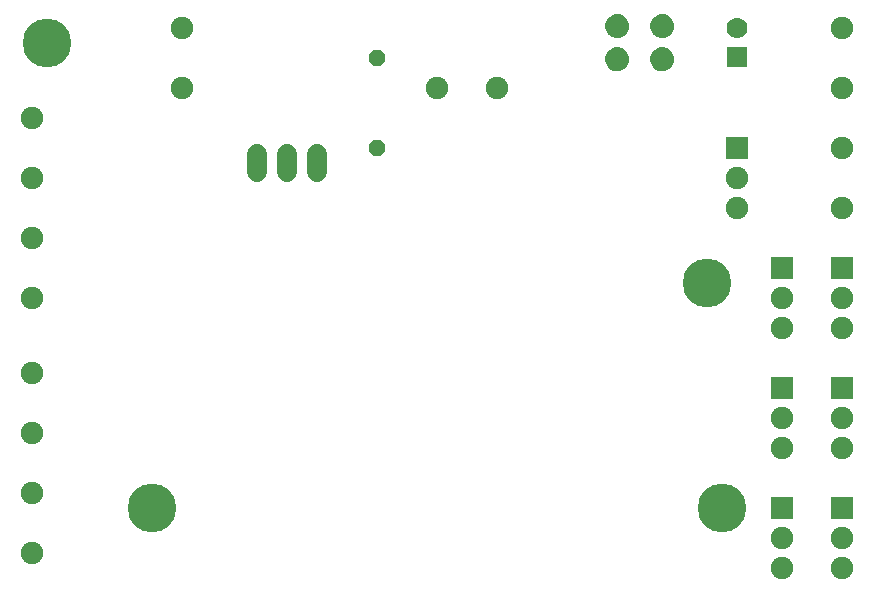
<source format=gbr>
G04 EAGLE Gerber RS-274X export*
G75*
%MOMM*%
%FSLAX34Y34*%
%LPD*%
%INSoldermask Bottom*%
%IPPOS*%
%AMOC8*
5,1,8,0,0,1.08239X$1,22.5*%
G01*
%ADD10C,4.127000*%
%ADD11C,1.905000*%
%ADD12R,1.905000X1.905000*%
%ADD13P,1.457113X8X112.500000*%
%ADD14C,1.778000*%
%ADD15R,1.778000X1.778000*%
%ADD16C,1.651000*%

G36*
X533577Y473693D02*
X533577Y473693D01*
X533649Y473691D01*
X535485Y473896D01*
X535531Y473910D01*
X535606Y473922D01*
X537367Y474482D01*
X537409Y474505D01*
X537481Y474531D01*
X539098Y475424D01*
X539136Y475454D01*
X539201Y475494D01*
X540613Y476685D01*
X540644Y476722D01*
X540700Y476774D01*
X541853Y478218D01*
X541876Y478260D01*
X541920Y478322D01*
X542769Y479963D01*
X542784Y480009D01*
X542815Y480078D01*
X543328Y481853D01*
X543333Y481901D01*
X543351Y481976D01*
X543507Y483816D01*
X543503Y483860D01*
X543507Y483925D01*
X543347Y485756D01*
X543334Y485802D01*
X543324Y485878D01*
X542810Y487642D01*
X542789Y487686D01*
X542764Y487758D01*
X541915Y489388D01*
X541886Y489426D01*
X541847Y489492D01*
X540697Y490925D01*
X540661Y490957D01*
X540610Y491014D01*
X539202Y492195D01*
X539161Y492219D01*
X539100Y492265D01*
X537488Y493149D01*
X537443Y493164D01*
X537374Y493198D01*
X535621Y493750D01*
X535574Y493756D01*
X535500Y493776D01*
X533673Y493976D01*
X533627Y493972D01*
X533558Y493978D01*
X531882Y493855D01*
X531839Y493844D01*
X531773Y493838D01*
X530143Y493427D01*
X530103Y493408D01*
X530039Y493390D01*
X528506Y492702D01*
X528469Y492677D01*
X528409Y492648D01*
X527019Y491704D01*
X526987Y491673D01*
X526933Y491635D01*
X525727Y490464D01*
X525701Y490428D01*
X525655Y490380D01*
X524671Y489018D01*
X524652Y488977D01*
X524615Y488923D01*
X523882Y487410D01*
X523870Y487367D01*
X523843Y487307D01*
X523385Y485690D01*
X523380Y485645D01*
X523364Y485581D01*
X523193Y483909D01*
X523197Y483861D01*
X523193Y483782D01*
X523359Y482110D01*
X523371Y482067D01*
X523380Y482002D01*
X523834Y480384D01*
X523853Y480343D01*
X523873Y480280D01*
X524601Y478766D01*
X524627Y478730D01*
X524657Y478671D01*
X525638Y477306D01*
X525670Y477275D01*
X525710Y477222D01*
X526912Y476048D01*
X526949Y476023D01*
X526997Y475978D01*
X528385Y475031D01*
X528426Y475013D01*
X528482Y474977D01*
X530013Y474285D01*
X530056Y474274D01*
X530117Y474248D01*
X531746Y473833D01*
X531790Y473830D01*
X531855Y473815D01*
X533530Y473689D01*
X533577Y473693D01*
G37*
G36*
X571677Y473693D02*
X571677Y473693D01*
X571749Y473691D01*
X573585Y473896D01*
X573631Y473910D01*
X573706Y473922D01*
X575467Y474482D01*
X575509Y474505D01*
X575581Y474531D01*
X577198Y475424D01*
X577236Y475454D01*
X577301Y475494D01*
X578713Y476685D01*
X578744Y476722D01*
X578800Y476774D01*
X579953Y478218D01*
X579976Y478260D01*
X580020Y478322D01*
X580869Y479963D01*
X580884Y480009D01*
X580915Y480078D01*
X581428Y481853D01*
X581433Y481901D01*
X581451Y481976D01*
X581607Y483816D01*
X581603Y483860D01*
X581607Y483925D01*
X581447Y485756D01*
X581434Y485802D01*
X581424Y485878D01*
X580910Y487642D01*
X580889Y487686D01*
X580864Y487758D01*
X580015Y489388D01*
X579986Y489426D01*
X579947Y489492D01*
X578797Y490925D01*
X578761Y490957D01*
X578710Y491014D01*
X577302Y492195D01*
X577261Y492219D01*
X577200Y492265D01*
X575588Y493149D01*
X575543Y493164D01*
X575474Y493198D01*
X573721Y493750D01*
X573674Y493756D01*
X573600Y493776D01*
X571773Y493976D01*
X571727Y493972D01*
X571658Y493978D01*
X569982Y493855D01*
X569939Y493844D01*
X569873Y493838D01*
X568243Y493427D01*
X568203Y493408D01*
X568139Y493390D01*
X566606Y492702D01*
X566569Y492677D01*
X566509Y492648D01*
X565119Y491704D01*
X565087Y491673D01*
X565033Y491635D01*
X563827Y490464D01*
X563801Y490428D01*
X563755Y490380D01*
X562771Y489018D01*
X562752Y488977D01*
X562715Y488923D01*
X561982Y487410D01*
X561970Y487367D01*
X561943Y487307D01*
X561485Y485690D01*
X561480Y485645D01*
X561464Y485581D01*
X561293Y483909D01*
X561297Y483861D01*
X561293Y483782D01*
X561459Y482110D01*
X561471Y482067D01*
X561480Y482002D01*
X561934Y480384D01*
X561953Y480343D01*
X561973Y480280D01*
X562701Y478766D01*
X562727Y478730D01*
X562757Y478671D01*
X563738Y477306D01*
X563770Y477275D01*
X563810Y477222D01*
X565012Y476048D01*
X565049Y476023D01*
X565097Y475978D01*
X566485Y475031D01*
X566526Y475013D01*
X566582Y474977D01*
X568113Y474285D01*
X568156Y474274D01*
X568217Y474248D01*
X569846Y473833D01*
X569890Y473830D01*
X569955Y473815D01*
X571630Y473689D01*
X571677Y473693D01*
G37*
G36*
X533577Y445702D02*
X533577Y445702D01*
X533649Y445700D01*
X535485Y445905D01*
X535531Y445919D01*
X535606Y445931D01*
X537367Y446491D01*
X537409Y446514D01*
X537481Y446540D01*
X539098Y447433D01*
X539136Y447463D01*
X539201Y447503D01*
X540613Y448694D01*
X540644Y448731D01*
X540700Y448783D01*
X541853Y450227D01*
X541876Y450269D01*
X541920Y450331D01*
X542769Y451972D01*
X542784Y452018D01*
X542815Y452087D01*
X543328Y453862D01*
X543333Y453910D01*
X543351Y453985D01*
X543507Y455825D01*
X543503Y455869D01*
X543507Y455934D01*
X543347Y457765D01*
X543334Y457811D01*
X543324Y457887D01*
X542810Y459651D01*
X542789Y459695D01*
X542764Y459767D01*
X541915Y461397D01*
X541886Y461435D01*
X541847Y461501D01*
X540697Y462934D01*
X540661Y462966D01*
X540610Y463023D01*
X539202Y464204D01*
X539161Y464228D01*
X539100Y464274D01*
X537488Y465158D01*
X537443Y465173D01*
X537374Y465207D01*
X535621Y465759D01*
X535574Y465765D01*
X535500Y465785D01*
X533673Y465985D01*
X533627Y465981D01*
X533558Y465987D01*
X531882Y465864D01*
X531839Y465853D01*
X531773Y465847D01*
X530143Y465436D01*
X530103Y465417D01*
X530039Y465399D01*
X528506Y464711D01*
X528469Y464686D01*
X528409Y464657D01*
X527019Y463713D01*
X526987Y463682D01*
X526933Y463644D01*
X525727Y462473D01*
X525701Y462437D01*
X525655Y462389D01*
X524671Y461027D01*
X524652Y460986D01*
X524615Y460932D01*
X523882Y459419D01*
X523870Y459376D01*
X523843Y459316D01*
X523385Y457699D01*
X523380Y457654D01*
X523364Y457590D01*
X523193Y455918D01*
X523197Y455870D01*
X523193Y455791D01*
X523359Y454119D01*
X523371Y454076D01*
X523380Y454011D01*
X523834Y452393D01*
X523853Y452352D01*
X523873Y452289D01*
X524601Y450775D01*
X524627Y450739D01*
X524657Y450680D01*
X525638Y449315D01*
X525670Y449284D01*
X525710Y449231D01*
X526912Y448057D01*
X526949Y448032D01*
X526997Y447987D01*
X528385Y447040D01*
X528426Y447022D01*
X528482Y446986D01*
X530013Y446294D01*
X530056Y446283D01*
X530117Y446257D01*
X531746Y445842D01*
X531790Y445839D01*
X531855Y445824D01*
X533530Y445698D01*
X533577Y445702D01*
G37*
G36*
X571677Y445702D02*
X571677Y445702D01*
X571749Y445700D01*
X573585Y445905D01*
X573631Y445919D01*
X573706Y445931D01*
X575467Y446491D01*
X575509Y446514D01*
X575581Y446540D01*
X577198Y447433D01*
X577236Y447463D01*
X577301Y447503D01*
X578713Y448694D01*
X578744Y448731D01*
X578800Y448783D01*
X579953Y450227D01*
X579976Y450269D01*
X580020Y450331D01*
X580869Y451972D01*
X580884Y452018D01*
X580915Y452087D01*
X581428Y453862D01*
X581433Y453910D01*
X581451Y453985D01*
X581607Y455825D01*
X581603Y455869D01*
X581607Y455934D01*
X581447Y457765D01*
X581434Y457811D01*
X581424Y457887D01*
X580910Y459651D01*
X580889Y459695D01*
X580864Y459767D01*
X580015Y461397D01*
X579986Y461435D01*
X579947Y461501D01*
X578797Y462934D01*
X578761Y462966D01*
X578710Y463023D01*
X577302Y464204D01*
X577261Y464228D01*
X577200Y464274D01*
X575588Y465158D01*
X575543Y465173D01*
X575474Y465207D01*
X573721Y465759D01*
X573674Y465765D01*
X573600Y465785D01*
X571773Y465985D01*
X571727Y465981D01*
X571658Y465987D01*
X569982Y465864D01*
X569939Y465853D01*
X569873Y465847D01*
X568243Y465436D01*
X568203Y465417D01*
X568139Y465399D01*
X566606Y464711D01*
X566569Y464686D01*
X566509Y464657D01*
X565119Y463713D01*
X565087Y463682D01*
X565033Y463644D01*
X563827Y462473D01*
X563801Y462437D01*
X563755Y462389D01*
X562771Y461027D01*
X562752Y460986D01*
X562715Y460932D01*
X561982Y459419D01*
X561970Y459376D01*
X561943Y459316D01*
X561485Y457699D01*
X561480Y457654D01*
X561464Y457590D01*
X561293Y455918D01*
X561297Y455870D01*
X561293Y455791D01*
X561459Y454119D01*
X561471Y454076D01*
X561480Y454011D01*
X561934Y452393D01*
X561953Y452352D01*
X561973Y452289D01*
X562701Y450775D01*
X562727Y450739D01*
X562757Y450680D01*
X563738Y449315D01*
X563770Y449284D01*
X563810Y449231D01*
X565012Y448057D01*
X565049Y448032D01*
X565097Y447987D01*
X566485Y447040D01*
X566526Y447022D01*
X566582Y446986D01*
X568113Y446294D01*
X568156Y446283D01*
X568217Y446257D01*
X569846Y445842D01*
X569890Y445839D01*
X569955Y445824D01*
X571630Y445698D01*
X571677Y445702D01*
G37*
D10*
X50800Y469900D03*
X609600Y266700D03*
X139700Y76200D03*
X622300Y76200D03*
D11*
X165100Y482600D03*
X165100Y431800D03*
X431800Y431800D03*
X381000Y431800D03*
X38100Y139700D03*
X38100Y88900D03*
X38100Y38100D03*
X38100Y190500D03*
X38100Y355600D03*
X38100Y304800D03*
X38100Y254000D03*
X38100Y406400D03*
X723900Y381000D03*
X723900Y431800D03*
X723900Y482600D03*
X723900Y330200D03*
D12*
X673100Y279400D03*
D11*
X673100Y254000D03*
X673100Y228600D03*
D12*
X673100Y76200D03*
D11*
X673100Y50800D03*
X673100Y25400D03*
D12*
X673100Y177800D03*
D11*
X673100Y152400D03*
X673100Y127000D03*
D13*
X330200Y381000D03*
X330200Y457200D03*
D12*
X635000Y381000D03*
D11*
X635000Y355600D03*
X635000Y330200D03*
D14*
X635000Y482400D03*
D15*
X635000Y457400D03*
D16*
X228600Y375920D02*
X228600Y360680D01*
X254000Y360680D02*
X254000Y375920D01*
X279400Y375920D02*
X279400Y360680D01*
D12*
X723900Y76200D03*
D11*
X723900Y50800D03*
X723900Y25400D03*
D12*
X723900Y177800D03*
D11*
X723900Y152400D03*
X723900Y127000D03*
D12*
X723900Y279400D03*
D11*
X723900Y254000D03*
X723900Y228600D03*
M02*

</source>
